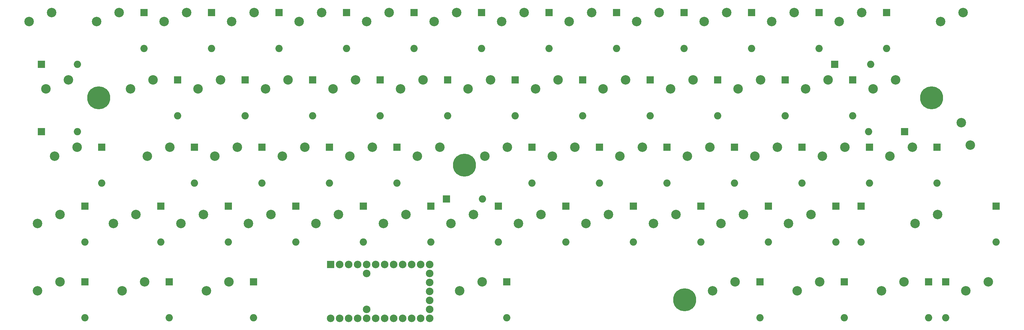
<source format=gts>
G04 #@! TF.FileFunction,Soldermask,Top*
%FSLAX46Y46*%
G04 Gerber Fmt 4.6, Leading zero omitted, Abs format (unit mm)*
G04 Created by KiCad (PCBNEW 4.0.5) date 02/06/17 19:39:07*
%MOMM*%
%LPD*%
G01*
G04 APERTURE LIST*
%ADD10C,0.100000*%
%ADD11C,2.051000*%
%ADD12R,2.051000X2.051000*%
%ADD13C,2.686000*%
%ADD14C,6.500000*%
%ADD15R,2.152600X2.152600*%
%ADD16C,2.152600*%
G04 APERTURE END LIST*
D10*
D11*
X38417500Y-38100000D03*
D12*
X28257500Y-38100000D03*
D13*
X288290000Y-23495000D03*
X281940000Y-26035000D03*
X287813750Y-54610000D03*
X290353750Y-60960000D03*
X281146250Y-80645000D03*
X274796250Y-83185000D03*
X152558750Y-99695000D03*
X146208750Y-102235000D03*
X38258750Y-61595000D03*
X31908750Y-64135000D03*
X35877500Y-42545000D03*
X29527500Y-45085000D03*
X31115000Y-23495000D03*
X24765000Y-26035000D03*
D14*
X44425000Y-47625000D03*
X147637500Y-66675000D03*
X279411000Y-47625000D03*
X209725000Y-104775000D03*
D15*
X109855000Y-94773750D03*
D16*
X112395000Y-94773750D03*
X114935000Y-94773750D03*
X117475000Y-94773750D03*
X120015000Y-94773750D03*
X122555000Y-94773750D03*
X125095000Y-94773750D03*
X127635000Y-94773750D03*
X130175000Y-94773750D03*
X132715000Y-94773750D03*
X135255000Y-94773750D03*
X137795000Y-94773750D03*
X137795000Y-97313750D03*
X137795000Y-99853750D03*
X137795000Y-102393750D03*
X137795000Y-104933750D03*
X137795000Y-107473750D03*
X137795000Y-110013750D03*
X135255000Y-110013750D03*
X132715000Y-110013750D03*
X130175000Y-110013750D03*
X127635000Y-110013750D03*
X125095000Y-110013750D03*
X122555000Y-110013750D03*
X120015000Y-110013750D03*
X117475000Y-110013750D03*
X114935000Y-110013750D03*
X112395000Y-110013750D03*
X109855000Y-110013750D03*
X120015000Y-107473750D03*
X120015000Y-97313750D03*
D13*
X50165000Y-23495000D03*
X43815000Y-26035000D03*
X274002500Y-61595000D03*
X267652500Y-64135000D03*
X269240000Y-42545000D03*
X262890000Y-45085000D03*
X259715000Y-23495000D03*
X253365000Y-26035000D03*
X245427500Y-80645000D03*
X239077500Y-83185000D03*
X254952500Y-61595000D03*
X248602500Y-64135000D03*
X250190000Y-42545000D03*
X243840000Y-45085000D03*
X240665000Y-23495000D03*
X234315000Y-26035000D03*
X226377500Y-80645000D03*
X220027500Y-83185000D03*
X235902500Y-61595000D03*
X229552500Y-64135000D03*
X231140000Y-42545000D03*
X224790000Y-45085000D03*
X221615000Y-23495000D03*
X215265000Y-26035000D03*
X202565000Y-23495000D03*
X196215000Y-26035000D03*
X183515000Y-23495000D03*
X177165000Y-26035000D03*
X164465000Y-23495000D03*
X158115000Y-26035000D03*
X145415000Y-23495000D03*
X139065000Y-26035000D03*
X126365000Y-23495000D03*
X120015000Y-26035000D03*
X107315000Y-23495000D03*
X100965000Y-26035000D03*
X88265000Y-23495000D03*
X81915000Y-26035000D03*
X69215000Y-23495000D03*
X62865000Y-26035000D03*
X207327500Y-80645000D03*
X200977500Y-83185000D03*
X188277500Y-80645000D03*
X181927500Y-83185000D03*
X169227500Y-80645000D03*
X162877500Y-83185000D03*
X150177500Y-80645000D03*
X143827500Y-83185000D03*
X131127500Y-80645000D03*
X124777500Y-83185000D03*
X112077500Y-80645000D03*
X105727500Y-83185000D03*
X93027500Y-80645000D03*
X86677500Y-83185000D03*
X73977500Y-80645000D03*
X67627500Y-83185000D03*
X54927500Y-80645000D03*
X48577500Y-83185000D03*
X216852500Y-61595000D03*
X210502500Y-64135000D03*
X197802500Y-61595000D03*
X191452500Y-64135000D03*
X178752500Y-61595000D03*
X172402500Y-64135000D03*
X159702500Y-61595000D03*
X153352500Y-64135000D03*
X140652500Y-61595000D03*
X134302500Y-64135000D03*
X121602500Y-61595000D03*
X115252500Y-64135000D03*
X102552500Y-61595000D03*
X96202500Y-64135000D03*
X83502500Y-61595000D03*
X77152500Y-64135000D03*
X64452500Y-61595000D03*
X58102500Y-64135000D03*
X212090000Y-42545000D03*
X205740000Y-45085000D03*
X193040000Y-42545000D03*
X186690000Y-45085000D03*
X173990000Y-42545000D03*
X167640000Y-45085000D03*
X154940000Y-42545000D03*
X148590000Y-45085000D03*
X135890000Y-42545000D03*
X129540000Y-45085000D03*
X116840000Y-42545000D03*
X110490000Y-45085000D03*
X97790000Y-42545000D03*
X91440000Y-45085000D03*
X78740000Y-42545000D03*
X72390000Y-45085000D03*
X59690000Y-42545000D03*
X53340000Y-45085000D03*
X295433750Y-99695000D03*
X289083750Y-102235000D03*
X271621250Y-99695000D03*
X265271250Y-102235000D03*
X247808750Y-99695000D03*
X241458750Y-102235000D03*
X223996250Y-99695000D03*
X217646250Y-102235000D03*
X81121250Y-99695000D03*
X74771250Y-102235000D03*
X57308750Y-99695000D03*
X50958750Y-102235000D03*
X33496250Y-99695000D03*
X27146250Y-102235000D03*
X33496250Y-80645000D03*
X27146250Y-83185000D03*
D11*
X283368750Y-109855000D03*
D12*
X283368750Y-99695000D03*
D11*
X297656250Y-88423750D03*
D12*
X297656250Y-78263750D03*
D11*
X266700000Y-33655000D03*
D12*
X266700000Y-23495000D03*
D11*
X278606250Y-109855000D03*
D12*
X278606250Y-99695000D03*
D11*
X259556250Y-88423750D03*
D12*
X259556250Y-78263750D03*
D11*
X280987500Y-71755000D03*
D12*
X280987500Y-61595000D03*
D11*
X261620000Y-57150000D03*
D12*
X271780000Y-57150000D03*
D11*
X262255000Y-38100000D03*
D12*
X252095000Y-38100000D03*
D11*
X254793750Y-109855000D03*
D12*
X254793750Y-99695000D03*
D11*
X252412500Y-88423750D03*
D12*
X252412500Y-78263750D03*
D11*
X261937500Y-71755000D03*
D12*
X261937500Y-61595000D03*
D11*
X257175000Y-52705000D03*
D12*
X257175000Y-42545000D03*
D11*
X247650000Y-33655000D03*
D12*
X247650000Y-23495000D03*
D11*
X230981250Y-109855000D03*
D12*
X230981250Y-99695000D03*
D11*
X233362500Y-88423750D03*
D12*
X233362500Y-78263750D03*
D11*
X242887500Y-71755000D03*
D12*
X242887500Y-61595000D03*
D11*
X238125000Y-52705000D03*
D12*
X238125000Y-42545000D03*
D11*
X228600000Y-33655000D03*
D12*
X228600000Y-23495000D03*
D11*
X209550000Y-33655000D03*
D12*
X209550000Y-23495000D03*
D11*
X190500000Y-33655000D03*
D12*
X190500000Y-23495000D03*
D11*
X171450000Y-33655000D03*
D12*
X171450000Y-23495000D03*
D11*
X152400000Y-33655000D03*
D12*
X152400000Y-23495000D03*
D11*
X133350000Y-33655000D03*
D12*
X133350000Y-23495000D03*
D11*
X114300000Y-33655000D03*
D12*
X114300000Y-23495000D03*
D11*
X95250000Y-33655000D03*
D12*
X95250000Y-23495000D03*
D11*
X76200000Y-33655000D03*
D12*
X76200000Y-23495000D03*
D11*
X57150000Y-33655000D03*
D12*
X57150000Y-23495000D03*
D11*
X159543750Y-109855000D03*
D12*
X159543750Y-99695000D03*
D11*
X88106250Y-109855000D03*
D12*
X88106250Y-99695000D03*
D11*
X64293750Y-109855000D03*
D12*
X64293750Y-99695000D03*
D11*
X40481250Y-109855000D03*
D12*
X40481250Y-99695000D03*
D11*
X214312500Y-88423750D03*
D12*
X214312500Y-78263750D03*
D11*
X195262500Y-88423750D03*
D12*
X195262500Y-78263750D03*
D11*
X176212500Y-88423750D03*
D12*
X176212500Y-78263750D03*
D11*
X157162500Y-88423750D03*
D12*
X157162500Y-78263750D03*
D11*
X138112500Y-88423750D03*
D12*
X138112500Y-78263750D03*
D11*
X119062500Y-88423750D03*
D12*
X119062500Y-78263750D03*
D11*
X100012500Y-88423750D03*
D12*
X100012500Y-78263750D03*
D11*
X80962500Y-88423750D03*
D12*
X80962500Y-78263750D03*
D11*
X61912500Y-88423750D03*
D12*
X61912500Y-78263750D03*
D11*
X40481250Y-88423750D03*
D12*
X40481250Y-78263750D03*
D11*
X223837500Y-71755000D03*
D12*
X223837500Y-61595000D03*
D11*
X204787500Y-71755000D03*
D12*
X204787500Y-61595000D03*
D11*
X185737500Y-71755000D03*
D12*
X185737500Y-61595000D03*
D11*
X166687500Y-71755000D03*
D12*
X166687500Y-61595000D03*
D11*
X152717500Y-76200000D03*
D12*
X142557500Y-76200000D03*
D11*
X128587500Y-71755000D03*
D12*
X128587500Y-61595000D03*
D11*
X109537500Y-71755000D03*
D12*
X109537500Y-61595000D03*
D11*
X90487500Y-71755000D03*
D12*
X90487500Y-61595000D03*
D11*
X71437500Y-71755000D03*
D12*
X71437500Y-61595000D03*
D11*
X45243750Y-71755000D03*
D12*
X45243750Y-61595000D03*
D11*
X219075000Y-52705000D03*
D12*
X219075000Y-42545000D03*
D11*
X200025000Y-52705000D03*
D12*
X200025000Y-42545000D03*
D11*
X180975000Y-52705000D03*
D12*
X180975000Y-42545000D03*
D11*
X161925000Y-52705000D03*
D12*
X161925000Y-42545000D03*
D11*
X142875000Y-52705000D03*
D12*
X142875000Y-42545000D03*
D11*
X123825000Y-52705000D03*
D12*
X123825000Y-42545000D03*
D11*
X104775000Y-52705000D03*
D12*
X104775000Y-42545000D03*
D11*
X85725000Y-52705000D03*
D12*
X85725000Y-42545000D03*
D11*
X66675000Y-52705000D03*
D12*
X66675000Y-42545000D03*
D11*
X38417500Y-57150000D03*
D12*
X28257500Y-57150000D03*
M02*

</source>
